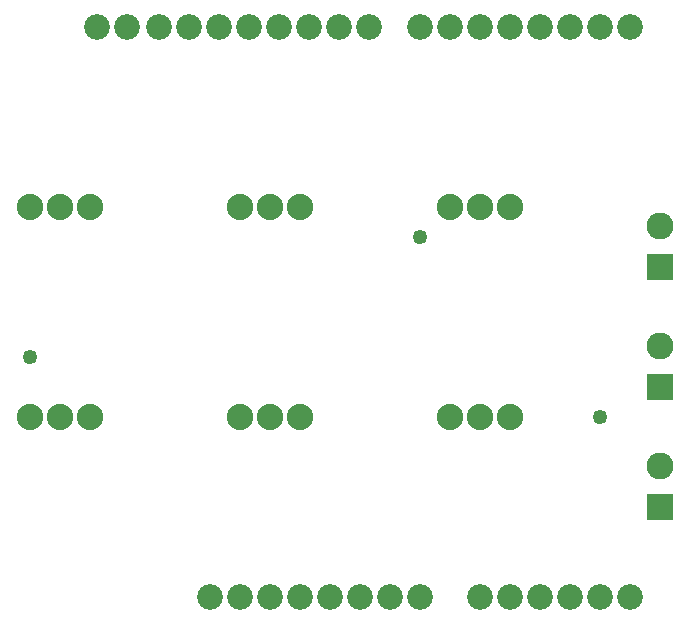
<source format=gts>
G04 MADE WITH FRITZING*
G04 WWW.FRITZING.ORG*
G04 DOUBLE SIDED*
G04 HOLES PLATED*
G04 CONTOUR ON CENTER OF CONTOUR VECTOR*
%ASAXBY*%
%FSLAX23Y23*%
%MOIN*%
%OFA0B0*%
%SFA1.0B1.0*%
%ADD10C,0.085833*%
%ADD11C,0.088000*%
%ADD12C,0.090000*%
%ADD13C,0.049370*%
%ADD14R,0.090000X0.090000*%
%LNMASK1*%
G90*
G70*
G54D10*
X732Y1997D03*
X832Y1997D03*
X939Y1997D03*
X1039Y1997D03*
X1139Y1997D03*
X1239Y1997D03*
X1339Y1997D03*
X1439Y1997D03*
X1539Y1997D03*
X1639Y1997D03*
X1809Y1997D03*
X1909Y1997D03*
X2009Y1997D03*
X2109Y1997D03*
X2209Y1997D03*
X2309Y1997D03*
X2409Y1997D03*
X2509Y1997D03*
X1109Y97D03*
X1209Y97D03*
X1309Y97D03*
X1409Y97D03*
X1509Y97D03*
X1609Y97D03*
X1709Y97D03*
X1809Y97D03*
X2009Y97D03*
X2109Y97D03*
X2209Y97D03*
X2309Y97D03*
X2409Y97D03*
X2509Y97D03*
G54D11*
X1909Y1397D03*
X2009Y1397D03*
X2109Y1397D03*
X1909Y697D03*
X2009Y697D03*
X2109Y697D03*
G54D12*
X2609Y397D03*
X2609Y535D03*
G54D11*
X1209Y1397D03*
X1309Y1397D03*
X1409Y1397D03*
X1209Y697D03*
X1309Y697D03*
X1409Y697D03*
G54D12*
X2609Y797D03*
X2609Y935D03*
G54D11*
X509Y1397D03*
X609Y1397D03*
X709Y1397D03*
X509Y697D03*
X609Y697D03*
X709Y697D03*
G54D12*
X2609Y1197D03*
X2609Y1335D03*
G54D13*
X2409Y697D03*
X509Y897D03*
X1809Y1297D03*
G54D14*
X2609Y397D03*
X2609Y797D03*
X2609Y1197D03*
G04 End of Mask1*
M02*
</source>
